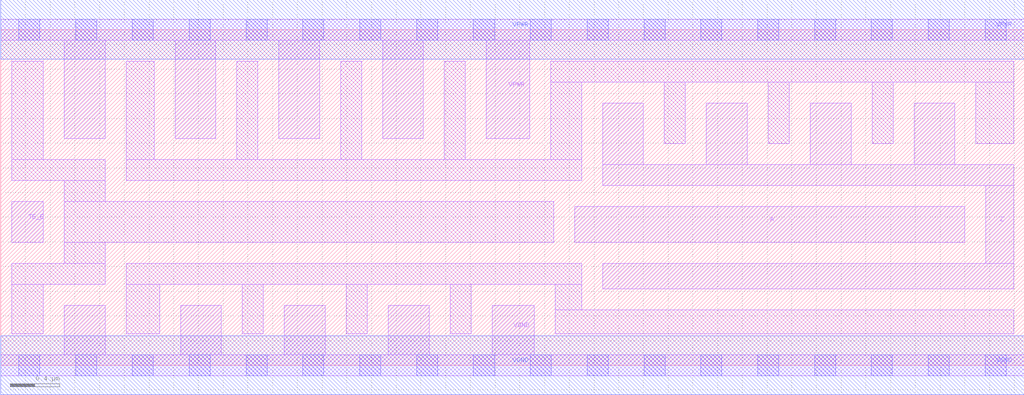
<source format=lef>
# Copyright 2020 The SkyWater PDK Authors
#
# Licensed under the Apache License, Version 2.0 (the "License");
# you may not use this file except in compliance with the License.
# You may obtain a copy of the License at
#
#     https://www.apache.org/licenses/LICENSE-2.0
#
# Unless required by applicable law or agreed to in writing, software
# distributed under the License is distributed on an "AS IS" BASIS,
# WITHOUT WARRANTIES OR CONDITIONS OF ANY KIND, either express or implied.
# See the License for the specific language governing permissions and
# limitations under the License.
#
# SPDX-License-Identifier: Apache-2.0

VERSION 5.7 ;
  NAMESCASESENSITIVE ON ;
  NOWIREEXTENSIONATPIN ON ;
  DIVIDERCHAR "/" ;
  BUSBITCHARS "[]" ;
UNITS
  DATABASE MICRONS 200 ;
END UNITS
MACRO sky130_fd_sc_hd__einvn_8
  CLASS CORE ;
  SOURCE USER ;
  FOREIGN sky130_fd_sc_hd__einvn_8 ;
  ORIGIN  0.000000  0.000000 ;
  SIZE  8.280000 BY  2.720000 ;
  SYMMETRY X Y R90 ;
  SITE unithd ;
  PIN A
    ANTENNAGATEAREA  1.980000 ;
    DIRECTION INPUT ;
    USE SIGNAL ;
    PORT
      LAYER li1 ;
        RECT 4.645000 0.995000 7.800000 1.285000 ;
    END
  END A
  PIN TE_B
    ANTENNAGATEAREA  1.375500 ;
    DIRECTION INPUT ;
    USE SIGNAL ;
    PORT
      LAYER li1 ;
        RECT 0.090000 0.995000 0.345000 1.325000 ;
    END
  END TE_B
  PIN Z
    ANTENNADIFFAREA  1.782000 ;
    DIRECTION OUTPUT ;
    USE SIGNAL ;
    PORT
      LAYER li1 ;
        RECT 4.870000 0.620000 8.195000 0.825000 ;
        RECT 4.870000 1.455000 8.195000 1.625000 ;
        RECT 4.870000 1.625000 5.200000 2.125000 ;
        RECT 5.710000 1.625000 6.040000 2.125000 ;
        RECT 6.550000 1.625000 6.880000 2.125000 ;
        RECT 7.390000 1.625000 7.720000 2.125000 ;
        RECT 7.970000 0.825000 8.195000 1.455000 ;
    END
  END Z
  PIN VGND
    DIRECTION INOUT ;
    SHAPE ABUTMENT ;
    USE GROUND ;
    PORT
      LAYER li1 ;
        RECT 0.000000 -0.085000 8.280000 0.085000 ;
        RECT 0.515000  0.085000 0.845000 0.485000 ;
        RECT 1.455000  0.085000 1.785000 0.485000 ;
        RECT 2.295000  0.085000 2.625000 0.485000 ;
        RECT 3.135000  0.085000 3.465000 0.485000 ;
        RECT 3.975000  0.085000 4.315000 0.485000 ;
      LAYER mcon ;
        RECT 0.145000 -0.085000 0.315000 0.085000 ;
        RECT 0.605000 -0.085000 0.775000 0.085000 ;
        RECT 1.065000 -0.085000 1.235000 0.085000 ;
        RECT 1.525000 -0.085000 1.695000 0.085000 ;
        RECT 1.985000 -0.085000 2.155000 0.085000 ;
        RECT 2.445000 -0.085000 2.615000 0.085000 ;
        RECT 2.905000 -0.085000 3.075000 0.085000 ;
        RECT 3.365000 -0.085000 3.535000 0.085000 ;
        RECT 3.825000 -0.085000 3.995000 0.085000 ;
        RECT 4.285000 -0.085000 4.455000 0.085000 ;
        RECT 4.745000 -0.085000 4.915000 0.085000 ;
        RECT 5.205000 -0.085000 5.375000 0.085000 ;
        RECT 5.665000 -0.085000 5.835000 0.085000 ;
        RECT 6.125000 -0.085000 6.295000 0.085000 ;
        RECT 6.585000 -0.085000 6.755000 0.085000 ;
        RECT 7.045000 -0.085000 7.215000 0.085000 ;
        RECT 7.505000 -0.085000 7.675000 0.085000 ;
        RECT 7.965000 -0.085000 8.135000 0.085000 ;
      LAYER met1 ;
        RECT 0.000000 -0.240000 8.280000 0.240000 ;
    END
  END VGND
  PIN VPWR
    DIRECTION INOUT ;
    SHAPE ABUTMENT ;
    USE POWER ;
    PORT
      LAYER li1 ;
        RECT 0.000000 2.635000 8.280000 2.805000 ;
        RECT 0.515000 1.835000 0.845000 2.635000 ;
        RECT 1.410000 1.835000 1.740000 2.635000 ;
        RECT 2.250000 1.835000 2.580000 2.635000 ;
        RECT 3.090000 1.835000 3.420000 2.635000 ;
        RECT 3.930000 1.835000 4.280000 2.635000 ;
      LAYER mcon ;
        RECT 0.145000 2.635000 0.315000 2.805000 ;
        RECT 0.605000 2.635000 0.775000 2.805000 ;
        RECT 1.065000 2.635000 1.235000 2.805000 ;
        RECT 1.525000 2.635000 1.695000 2.805000 ;
        RECT 1.985000 2.635000 2.155000 2.805000 ;
        RECT 2.445000 2.635000 2.615000 2.805000 ;
        RECT 2.905000 2.635000 3.075000 2.805000 ;
        RECT 3.365000 2.635000 3.535000 2.805000 ;
        RECT 3.825000 2.635000 3.995000 2.805000 ;
        RECT 4.285000 2.635000 4.455000 2.805000 ;
        RECT 4.745000 2.635000 4.915000 2.805000 ;
        RECT 5.205000 2.635000 5.375000 2.805000 ;
        RECT 5.665000 2.635000 5.835000 2.805000 ;
        RECT 6.125000 2.635000 6.295000 2.805000 ;
        RECT 6.585000 2.635000 6.755000 2.805000 ;
        RECT 7.045000 2.635000 7.215000 2.805000 ;
        RECT 7.505000 2.635000 7.675000 2.805000 ;
        RECT 7.965000 2.635000 8.135000 2.805000 ;
      LAYER met1 ;
        RECT 0.000000 2.480000 8.280000 2.960000 ;
    END
  END VPWR
  OBS
    LAYER li1 ;
      RECT 0.090000 0.255000 0.345000 0.655000 ;
      RECT 0.090000 0.655000 0.845000 0.825000 ;
      RECT 0.090000 1.495000 0.845000 1.665000 ;
      RECT 0.090000 1.665000 0.345000 2.465000 ;
      RECT 0.515000 0.825000 0.845000 0.995000 ;
      RECT 0.515000 0.995000 4.475000 1.325000 ;
      RECT 0.515000 1.325000 0.845000 1.495000 ;
      RECT 1.015000 0.255000 1.285000 0.655000 ;
      RECT 1.015000 0.655000 4.700000 0.825000 ;
      RECT 1.015000 1.495000 4.700000 1.665000 ;
      RECT 1.015000 1.665000 1.240000 2.465000 ;
      RECT 1.910000 1.665000 2.080000 2.465000 ;
      RECT 1.955000 0.255000 2.125000 0.655000 ;
      RECT 2.750000 1.665000 2.920000 2.465000 ;
      RECT 2.795000 0.255000 2.965000 0.655000 ;
      RECT 3.590000 1.665000 3.760000 2.465000 ;
      RECT 3.635000 0.255000 3.805000 0.655000 ;
      RECT 4.450000 1.665000 4.700000 2.295000 ;
      RECT 4.450000 2.295000 8.195000 2.465000 ;
      RECT 4.485000 0.255000 8.195000 0.450000 ;
      RECT 4.485000 0.450000 4.700000 0.655000 ;
      RECT 5.370000 1.795000 5.540000 2.295000 ;
      RECT 6.210000 1.795000 6.380000 2.295000 ;
      RECT 7.050000 1.795000 7.220000 2.295000 ;
      RECT 7.890000 1.795000 8.195000 2.295000 ;
  END
END sky130_fd_sc_hd__einvn_8

</source>
